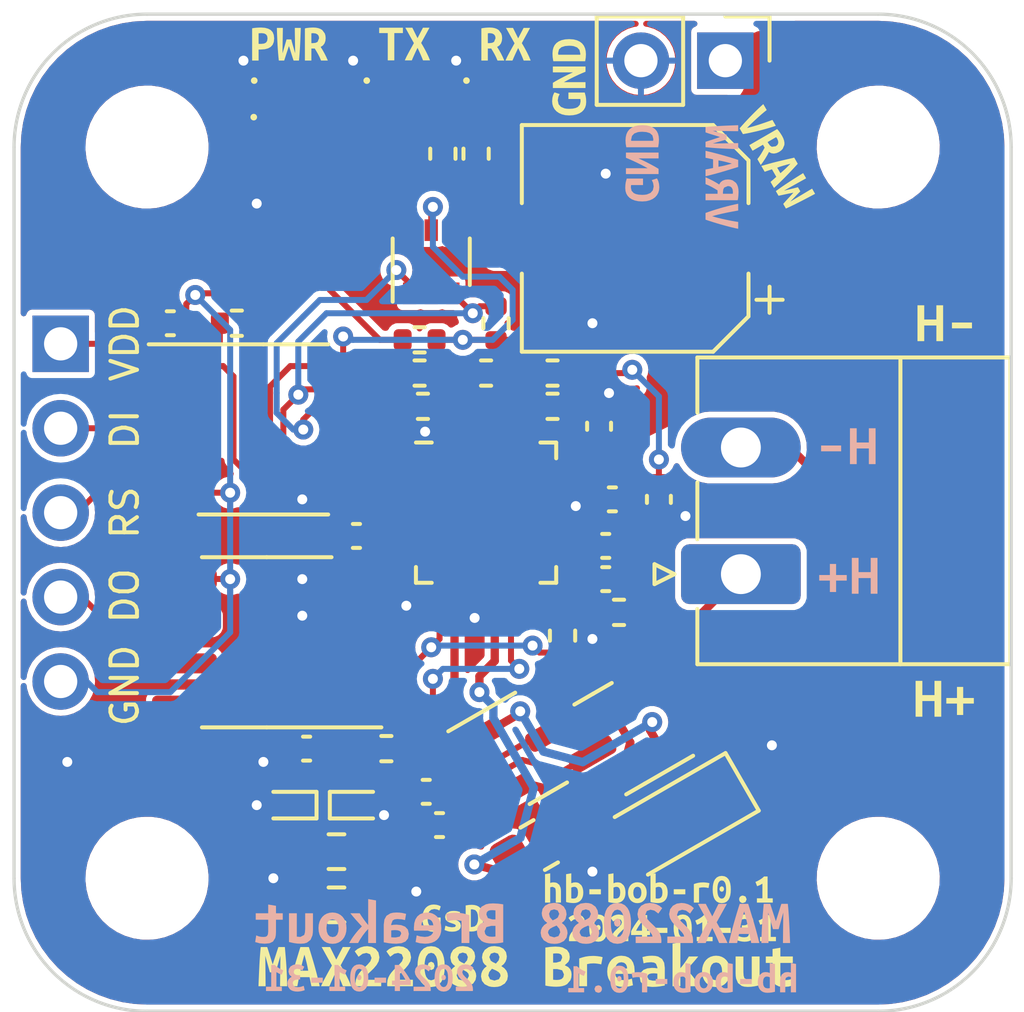
<source format=kicad_pcb>
(kicad_pcb (version 20221018) (generator pcbnew)
  (title_block (title "HomeBus Breakout Board") (date "2024-01-31") (rev "r0.1") (company "Greg Davill <greg.davill@gmail.com>") (comment 1 "Based on MAX22088"))
  (layers (0 "F.Cu" signal) (31 "B.Cu" signal) (34 "B.Paste" user) (35 "F.Paste" user) (36 "B.SilkS" user "B.Silkscreen") (37 "F.SilkS" user "F.Silkscreen") (38 "B.Mask" user) (39 "F.Mask" user) (44 "Edge.Cuts" user))
  (net 0 "")
  (net 1 "VCC")
  (net 2 "GND")
  (net 3 "/VRAW")
  (net 4 "/H+")
  (net 5 "/H-")
  (net 6 "/DIN")
  (net 7 "/RST")
  (net 8 "/DOUT")
  (net 9 "Net-(C9-Pad1)")
  (net 10 "Net-(D1-A)")
  (net 11 "Net-(D2-A)")
  (net 12 "Net-(D3-A)")
  (net 13 "Net-(D6-A1)")
  (net 14 "Net-(D7-A1)")
  (net 15 "Net-(R5-Pad2)")
  (net 16 "/IOVDD")
  (net 17 "/IOGND")
  (net 18 "/_DOUT")
  (net 19 "/_DIN")
  (net 20 "/_RST")
  (net 21 "Net-(U4-CAPN)")
  (net 22 "Net-(U4-HNA)")
  (net 23 "Net-(U4-HPA)")
  (net 24 "Net-(U4-CAPP)")
  (net 25 "Net-(C10-Pad1)")
  (net 26 "Net-(C11-Pad1)")
  (net 27 "Net-(D6-A2)")
  (net 28 "Net-(D5-A)")
  (net 29 "Net-(D8-A1)")
  (net 30 "Net-(U4-SRA)")
  (net 31 "Net-(U4-~{HPEN})")
  (net 32 "Net-(R6-Pad2)")
  (net 33 "Net-(U4-TVL)")
  (net 34 "Net-(U4-TVT)")
  (net 35 "Net-(U4-TERM)")
  (net 36 "Net-(U4-HP)")
  (footprint "Resistor_SMD:R_0402_1005Metric" (layer "F.Cu") (at 178.2 83.3)
    (fp_text reference "R8" hide)
    (fp_text value "27K" hide)
  )
  (footprint "kibuzzard-65B9E354" (layer "F.Cu") (at 175.2 99.7)
    (fp_text reference "kibuzzard-65B9E354" hide)
    (fp_text value "G***" hide)
  )
  (footprint "kibuzzard-65B629EE" (layer "F.Cu") (at 176.8 73.4)
    (fp_text reference "kibuzzard-65B629EE" hide)
    (fp_text value "G***" hide)
  )
  (footprint "Diode_SMD:D_SOD-923" (layer "F.Cu") (at 172.29926 96.3)
    (fp_text reference "D7" hide)
    (fp_text value "5.6V" hide)
  )
  (footprint "kibuzzard-65B62B21" (layer "F.Cu") (at 178.7 74.4 90)
    (fp_text reference "kibuzzard-65B62B21" hide)
    (fp_text value "G***" hide)
  )
  (footprint "kibuzzard-65B9E10F" (layer "F.Cu") (at 181.4 98.8)
    (fp_text reference "kibuzzard-65B9E10F" hide)
    (fp_text value "G***" hide)
  )
  (footprint "Resistor_SMD:R_0402_1005Metric" (layer "F.Cu") (at 178.50074 91.2 -90)
    (fp_text reference "R11" hide)
    (fp_text value "82R" hide)
  )
  (footprint "kibuzzard-65B629C5" (layer "F.Cu") (at 170.3 73.4)
    (fp_text reference "kibuzzard-65B629C5" hide)
    (fp_text value "G***" hide)
  )
  (footprint "LED_SMD:LED_0402_1005Metric" (layer "F.Cu") (at 170.31426 74.5)
    (fp_text reference "D5" hide)
    (fp_text value "GREEN" hide)
  )
  (footprint "kibuzzard-65B6C60D" (layer "F.Cu") (at 190 93.1)
    (fp_text reference "kibuzzard-65B6C60D" hide)
    (fp_text value "G***" hide)
  )
  (footprint "MountingHole:MountingHole_3.2mm_M3_DIN965" (layer "F.Cu") (at 165.99926 98.500001)
    (fp_text reference "H3" hide)
    (fp_text value "MountingHole" hide)
  )
  (footprint "kibuzzard-65B629E6" (layer "F.Cu") (at 173.748437 73.4)
    (fp_text reference "kibuzzard-65B629E6" hide)
    (fp_text value "G***" hide)
  )
  (footprint "Resistor_SMD:R_0402_1005Metric" (layer "F.Cu") (at 180.2 90.5 180)
    (fp_text reference "R7" hide)
    (fp_text value "180k" hide)
  )
  (footprint "kibuzzard-65B9E12D" (layer "F.Cu") (at 181.8 100)
    (fp_text reference "kibuzzard-65B9E12D" hide)
    (fp_text value "G***" hide)
  )
  (footprint "LED_SMD:LED_0402_1005Metric" (layer "F.Cu") (at 170.3 75.6)
    (fp_text reference "D1" hide)
    (fp_text value "GREEN" hide)
  )
  (footprint "Diode_SMD:D_SOD-123F" (layer "F.Cu") (at 181.99926 96.7 -150)
    (fp_text reference "D6" hide)
    (fp_text value "24V" hide)
  )
  (footprint "Capacitor_SMD:C_0402_1005Metric" (layer "F.Cu") (at 179.799999 88.5)
    (fp_text reference "C8" hide)
    (fp_text value "0.1uF" hide)
  )
  (footprint "Capacitor_SMD:C_0402_1005Metric" (layer "F.Cu") (at 179.8 89.5 180)
    (fp_text reference "C9" hide)
    (fp_text value "1uF" hide)
  )
  (footprint "MountingHole:MountingHole_3.2mm_M3_DIN965" (layer "F.Cu") (at 187.99926 76.5)
    (fp_text reference "H1" hide)
    (fp_text value "MountingHole" hide)
  )
  (footprint "Capacitor_SMD:C_0402_1005Metric" (layer "F.Cu") (at 180 87.1 180)
    (fp_text reference "C7" hide)
    (fp_text value "1uF" hide)
  )
  (footprint "LED_SMD:LED_0402_1005Metric" (layer "F.Cu") (at 176.7 74.5)
    (fp_text reference "D3" hide)
    (fp_text value "RED" hide)
  )
  (footprint "Package_DFN_QFN:QFN-24-1EP_4x4mm_P0.5mm_EP2.6x2.6mm" (layer "F.Cu") (at 176.2 87.5)
    (fp_text reference "U4" hide)
    (fp_text value "MAX22088" hide)
  )
  (footprint "Capacitor_SMD:C_0402_1005Metric" (layer "F.Cu") (at 174.79926 96.9)
    (fp_text reference "C10" hide)
    (fp_text value "2.2uF" hide)
  )
  (footprint "Resistor_SMD:R_0402_1005Metric" (layer "F.Cu") (at 173.2 94.6)
    (fp_text reference "R13" hide)
    (fp_text value "1K" hide)
  )
  (footprint "Resistor_SMD:R_0805_2012Metric" (layer "F.Cu") (at 177.79926 97.5 30)
    (fp_text reference "R14" hide)
    (fp_text value "1R" hide)
  )
  (footprint "Connector_PinHeader_2.54mm:PinHeader_1x05_P2.54mm_Vertical" (layer "F.Cu") (at 163.4 82.42)
    (fp_text reference "J1" hide)
    (fp_text value "PH_01x05" hide)
  )
  (footprint "Connector_PinHeader_2.54mm:PinHeader_1x02_P2.54mm_Vertical" (layer "F.Cu") (at 183.39926 73.900001 -90)
    (fp_text reference "J2" hide)
    (fp_text value "PinHeader 1x02" hide)
  )
  (footprint "Package_TO_SOT_SMD:SOT-363_SC-70-6" (layer "F.Cu") (at 174.55 79.95 90)
    (fp_text reference "U3" hide)
    (fp_text value "74LVC2G14DW-7" hide)
  )
  (footprint "Diode_SMD:D_SOD-923" (layer "F.Cu") (at 170.29926 96.3 180)
    (fp_text reference "D8" hide)
    (fp_text value "5.6V" hide)
  )
  (footprint "kibuzzard-65B62A1A" (layer "F.Cu") (at 177.39926 101.1)
    (fp_text reference "kibuzzard-65B62A1A" hide)
    (fp_text value "G***" hide)
  )
  (footprint "Resistor_SMD:R_0402_1005Metric" (layer "F.Cu") (at 178.2 84.3)
    (fp_text reference "R4" hide)
    (fp_text value "0R" hide)
  )
  (footprint "Connector_Phoenix_MC:PhoenixContact_MC_1,5_2-G-3.81_1x02_P3.81mm_Horizontal" (layer "F.Cu") (at 183.86676 89.35 90)
    (fp_text reference "J3" hide)
    (fp_text value "Terminal Block 2P" hide)
  )
  (footprint "Resistor_SMD:R_0402_1005Metric" (layer "F.Cu") (at 174.3 84.3 180)
    (fp_text reference "R3" hide)
    (fp_text value "62k" hide)
  )
  (footprint "kibuzzard-65B62B19" (layer "F.Cu") (at 184.9 76.8 -60)
    (fp_text reference "kibuzzard-65B62B19" hide)
    (fp_text value "G***" hide)
  )
  (footprint "Resistor_SMD:R_0402_1005Metric" (layer "F.Cu") (at 176.2 83.3)
    (fp_text reference "R9" hide)
    (fp_text value "4.3K" hide)
  )
  (footprint "Resistor_SMD:R_0402_1005Metric" (layer "F.Cu") (at 168.7 81.8 180)
    (fp_text reference "R1" hide)
    (fp_text value "20K" hide)
  )
  (footprint "MountingHole:MountingHole_3.2mm_M3_DIN965" (layer "F.Cu") (at 187.99926 98.500001)
    (fp_text reference "H4" hide)
    (fp_text value "MountingHole" hide)
  )
  (footprint "MountingHole:MountingHole_3.2mm_M3_DIN965" (layer "F.Cu") (at 165.99926 76.500001)
    (fp_text reference "H2" hide)
    (fp_text value "MountingHole" hide)
  )
  (footprint "Resistor_SMD:R_0402_1005Metric" (layer "F.Cu") (at 176.5 81.8 90)
    (fp_text reference "R2" hide)
    (fp_text value "20K" hide)
  )
  (footprint "Capacitor_SMD:C_0402_1005Metric" (layer "F.Cu") (at 179.6 84.9 90)
    (fp_text reference "C3" hide)
    (fp_text value "0.1uF" hide)
  )
  (footprint "Resistor_SMD:R_0603_1608Metric" (layer "F.Cu") (at 171.69926 97.7)
    (fp_text reference "R16" hide)
    (fp_text value "4.7R" hide)
  )
  (footprint "Capacitor_SMD:C_0402_1005Metric" (layer "F.Cu") (at 166.7 81.8)
    (fp_text reference "C1" hide)
    (fp_text value "0.1uF" hide)
  )
  (footprint "Package_TO_SOT_SMD:SOT-23" (layer "F.Cu") (at 180.19926 94.3 -150)
    (fp_text reference "D9" hide)
    (fp_text value "BAT54S" hide)
  )
  (footprint "Capacitor_SMD:CP_Elec_6.3x7.7" (layer "F.Cu") (at 180.685998 79.247451 180)
    (fp_text reference "C4" hide)
    (fp_text value "220uF" hide)
  )
  (footprint "Resistor_SMD:R_0402_1005Metric" (layer "F.Cu") (at 174.9 76.7 -90)
    (fp_text reference "R5" hide)
    (fp_text value "20K" hide)
  )
  (footprint "Package_SO:SOIC-8_3.9x4.9mm_P1.27mm" (layer "F.Cu") (at 169.6 91.4 180)
    (fp_text reference "U2" hide)
    (fp_text value "CA-IS3720" hide)
  )
  (footprint "Capacitor_SMD:C_0402_1005Metric" (layer "F.Cu") (at 181.4 87.1 -90)
    (fp_text reference "C6" hide)
    (fp_text value "10uF" hide)
  )
  (footprint "Capacitor_SMD:C_0402_1005Metric" (layer "F.Cu") (at 172.3 88.2)
    (fp_text reference "C5" hide)
    (fp_text value "0.1uF" hide)
  )
  (footprint "LED_SMD:LED_0402_1005Metric" (layer "F.Cu") (at 173.7 74.5)
    (fp_text reference "D2" hide)
    (fp_text value "ORANGE" hide)
  )
  (footprint "Resistor_SMD:R_0402_1005Metric" (layer "F.Cu") (at 174.2 82.3)
    (fp_text reference "R12" hide)
    (fp_text value "20K" hide)
  )
  (footprint "Capacitor_SMD:C_0402_1005Metric" (layer "F.Cu") (at 170.8 94.6 180)
    (fp_text reference "C2" hide)
    (fp_text value "0.1uF" hide)
  )
  (footprint "Resistor_SMD:R_0603_1608Metric" (layer "F.Cu") (at 171.69926 99.3)
    (fp_text reference "R15" hide)
    (fp_text value "4.7R" hide)
  )
  (footprint "Capacitor_SMD:C_0402_1005Metric" (layer "F.Cu") (at 174.39926 95.9)
    (fp_text reference "C11" hide)
    (fp_text value "2.2uF" hide)
  )
  (footprint "Package_SO:SOIC-8_3.9x4.9mm_P1.27mm" (layer "F.Cu") (at 169.5 84.995)
    (fp_text reference "U1" hide)
    (fp_text value "CA-IS3720" hide)
  )
  (footprint "kibuzzard-65B6C61A" (layer "F.Cu") (at 190 81.8)
    (fp_text reference "kibuzzard-65B6C61A" hide)
    (fp_text value "G***" hide)
  )
  (footprint "Resistor_SMD:R_0402_1005Metric" (layer "F.Cu") (at 174.2 83.3)
    (fp_text reference "R10" hide)
    (fp_text value "20K" hide)
  )
  (footprint "Package_TO_SOT_SMD:SOT-23" (layer "F.Cu") (at 177.293467 94.59202 30)
    (fp_text reference "D4" hide)
    (fp_text value "BAT54S" hide)
  )
  (footprint "Resistor_SMD:R_0402_1005Metric" (layer "F.Cu") (at 175.9 76.7 -90)
    (fp_text reference "R6" hide)
    (fp_text value "20K" hide)
  )
  (footprint "kibuzzard-65B6C60D" (layer "B.Cu") (at 187.1 89.4 180)
    (fp_text reference "kibuzzard-65B6C60D" hide)
    (fp_text value "G***" hide)
  )
  (footprint "kibuzzard-65B62B21" (layer "B.Cu") (at 180.9 76.988838 90)
    (fp_text reference "kibuzzard-65B62B21" hide)
    (fp_text value "G***" hide)
  )
  (footprint "kibuzzard-65B9E12D" (layer "B.Cu") (at 172.7 101.5 180)
    (fp_text reference "kibuzzard-65B9E12D" hide)
    (fp_text value "G***" hide)
  )
  (footprint "kibuzzard-65B6C61A" (layer "B.Cu") (at 187.1 85.5 180)
    (fp_text reference "kibuzzard-65B6C61A" hide)
    (fp_text value "G***" hide)
  )
  (footprint "kibuzzard-65B62B19" (layer "B.Cu") (at 183.3 77.4 90)
    (fp_text reference "kibuzzard-65B62B19" hide)
    (fp_text value "G***" hide)
  )
  (footprint "kibuzzard-65B62A1A" (layer "B.Cu") (at 177.3 99.8 180)
    (fp_text reference "kibuzzard-65B62A1A" hide)
    (fp_text value "G***" hide)
  )
  (footprint "kibuzzard-65B9E10F" (layer "B.Cu") (at 182.1 101.5 180)
    (fp_text reference "kibuzzard-65B9E10F" hide)
    (fp_text value "G***" hide)
  )
  (gr_arc (start 165.99852 102.50124) (mid 163.170092 101.329667) (end 161.998521 98.501239) (stroke (width 0.1)) (layer "Edge.Cuts"))
  (gr_arc (start 187.99852 72.50124) (mid 190.826947 73.672813) (end 191.99852 76.50124) (stroke (width 0.1)) (layer "Edge.Cuts"))
  (gr_arc (start 161.99852 76.50124) (mid 163.170093 73.672813) (end 165.99852 72.50124) (stroke (width 0.1)) (layer "Edge.Cuts"))
  (gr_line (start 161.99852 76.50124) (end 161.998521 98.501239) (stroke (width 0.1)) (layer "Edge.Cuts"))
  (gr_line (start 165.99852 102.50124) (end 187.99852 102.50124) (stroke (width 0.1)) (layer "Edge.Cuts"))
  (gr_line (start 187.99852 72.50124) (end 165.99852 72.50124) (stroke (width 0.1)) (layer "Edge.Cuts"))
  (gr_line (start 191.99852 98.50124) (end 191.99852 76.50124) (stroke (width 0.1)) (layer "Edge.Cuts"))
  (gr_arc (start 191.99852 98.50124) (mid 190.826947 101.329667) (end 187.99852 102.50124) (stroke (width 0.1)) (layer "Edge.Cuts"))
  (gr_text "RS" (at 165.8 87.5 90) (layer "F.SilkS") (effects (font (size 0.8 0.8) (thickness 0.12)) (justify bottom)))
  (gr_text "DI" (at 165.8 85 90) (layer "F.SilkS") (effects (font (size 0.8 0.8) (thickness 0.12)) (justify bottom)))
  (gr_text "DO" (at 165.8 90 90) (layer "F.SilkS") (effects (font (size 0.8 0.8) (thickness 0.12)) (justify bottom)))
  (gr_text "GND" (at 165.8 92.7 90) (layer "F.SilkS") (effects (font (size 0.8 0.8) (thickness 0.12)) (justify bottom)))
  (gr_text "VDD" (at 165.8 82.4 90) (layer "F.SilkS") (effects (font (size 0.8 0.8) (thickness 0.12)) (justify bottom)))
  (segment (start 179.9 86.52) (end 180.48 87.1) (width 0.18) (layer "F.Cu") (net 1))
  (segment (start 171.9 82.2) (end 171.9 83.015) (width 0.18) (layer "F.Cu") (net 1))
  (segment (start 169.7 83.7) (end 170.31 83.09) (width 0.18) (layer "F.Cu") (net 1))
  (segment (start 172.075 93.305) (end 170.6 93.305) (width 0.18) (layer "F.Cu") (net 1))
  (segment (start 175.5 82.3) (end 174.71 82.3) (width 0.18) (layer "F.Cu") (net 1))
  (segment (start 170.31 83.09) (end 171.975 83.09) (width 0.18) (layer "F.Cu") (net 1))
  (segment (start 178.71 83.3) (end 178.71 82.909999) (width 0.18) (layer "F.Cu") (net 1))
  (segment (start 178.71 82.909999) (end 178.1 82.3) (width 0.18) (layer "F.Cu") (net 1))
  (segment (start 180.48 87.1) (end 180.92 87.1) (width 0.18) (layer "F.Cu") (net 1))
  (segment (start 180.59926 83.20124) (end 180.49926 83.30124) (width 0.18) (layer "F.Cu") (net 1))
  (segment (start 178.1375 86.75) (end 178.670642 86.75) (width 0.18) (layer "F.Cu") (net 1))
  (segment (start 181.4 86.62) (end 181.4 85.9) (width 0.18) (layer "F.Cu") (net 1))
  (segment (start 170.6 93.6) (end 170.6 93.305) (width 0.18) (layer "F.Cu") (net 1))
  (segment (start 178.900642 86.52) (end 179.9 86.52) (width 0.18) (layer "F.Cu") (net 1))
  (segment (start 178.71124 83.30124) (end 178.71 83.3) (width 0.18) (layer "F.Cu") (net 1))
  (segment (start 171.28 94.6) (end 171.28 94.28) (width 0.18) (layer "F.Cu") (net 1))
  (segment (start 174.55 78.35) (end 174.6 78.3) (width 0.18) (layer "F.Cu") (net 1))
  (segment (start 170.6 93.305) (end 170.505 93.305) (width 0.18) (layer "F.Cu") (net 1))
  (segment (start 171.9 83.015) (end 171.975 83.09) (width 0.18) (layer "F.Cu") (net 1))
  (segment (start 171.28 94.28) (end 170.6 93.6) (width 0.18) (layer "F.Cu") (net 1))
  (segment (start 178.670642 86.75) (end 178.900642 86.52) (width 0.18) (layer "F.Cu") (net 1))
  (segment (start 178.1 82.3) (end 175.5 82.3) (width 0.18) (layer "F.Cu") (net 1))
  (segment (start 169.7 92.5) (end 169.7 83.7) (width 0.18) (layer "F.Cu") (net 1))
  (segment (start 180.92 87.1) (end 181.4 86.62) (width 0.18) (layer "F.Cu") (net 1))
  (segment (start 170.505 93.305) (end 169.7 92.5) (width 0.18) (layer "F.Cu") (net 1))
  (segment (start 180.49926 83.30124) (end 178.71124 83.30124) (width 0.18) (layer "F.Cu") (net 1))
  (segment (start 174.55 79) (end 174.55 78.35) (width 0.18) (layer "F.Cu") (net 1))
  (via (at 180.59926 83.20124) (size 0.6) (drill 0.3) (layers "F.Cu" "B.Cu") (net 1))
  (via (at 171.9 82.2) (size 0.6) (drill 0.3) (layers "F.Cu" "B.Cu") (net 1))
  (via (at 175.5 82.3) (size 0.6) (drill 0.3) (layers "F.Cu" "B.Cu") (net 1))
  (via (at 181.4 85.9) (size 0.6) (drill 0.3) (layers "F.Cu" "B.Cu") (net 1))
  (via (at 174.6 78.3) (size 0.6) (drill 0.3) (layers "F.Cu" "B.Cu") (net 1))
  (segment (start 172.2 82.3) (end 175.5 82.3) (width 0.18) (layer "B.Cu") (net 1))
  (segment (start 181.4 84.00198) (end 181.4 85.9) (width 0.18) (layer "B.Cu") (net 1))
  (segment (start 172 82.3) (end 171.9 82.2) (width 0.18) (layer "B.Cu") (net 1))
  (segment (start 176.4 82.3) (end 175.5 82.3) (width 0.18) (layer "B.Cu") (net 1))
  (segment (start 172.2 82.3) (end 172 82.3) (width 0.18) (layer "B.Cu") (net 1))
  (segment (start 180.59926 83.20124) (end 181.4 84.00198) (width 0.18) (layer "B.Cu") (net 1))
  (segment (start 176.6 80.4) (end 177 80.8) (width 0.18) (layer "B.Cu") (net 1))
  (segment (start 174.6 78.3) (end 174.6 79.5) (width 0.18) (layer "B.Cu") (net 1))
  (segment (start 175.5 80.4) (end 176.6 80.4) (width 0.18) (layer "B.Cu") (net 1))
  (segment (start 177 81.7) (end 176.4 82.3) (width 0.18) (layer "B.Cu") (net 1))
  (segment (start 174.6 79.5) (end 175.5 80.4) (width 0.18) (layer "B.Cu") (net 1))
  (segment (start 177 80.8) (end 177 81.7) (width 0.18) (layer "B.Cu") (net 1))
  (segment (start 176.45 87.25) (end 176.2 87.5) (width 0.18) (layer "F.Cu") (net 2))
  (segment (start 172.83 96.3) (end 173.13 96.6) (width 0.18) (layer "F.Cu") (net 2))
  (segment (start 173.79 84.3) (end 173.69 84.2) (width 0.18) (layer "F.Cu") (net 2))
  (segment (start 174.55 80.15) (end 174.9 79.8) (width 0.18) (layer "F.Cu") (net 2))
  (segment (start 175.997574 89.519897) (end 175.997574 90.525612) (width 0.18) (layer "F.Cu") (net 2))
  (segment (start 178.89926 87.30174) (end 178.84752 87.25) (width 0.18) (layer "F.Cu") (net 2))
  (segment (start 182.17802 87.58) (end 182.19926 87.601239) (width 0.2) (layer "F.Cu") (net 2))
  (segment (start 172.075 89.495) (end 170.675 89.495) (width 0.18) (layer "F.Cu") (net 2))
  (segment (start 169.82926 74.5) (end 169.82926 74.12926) (width 0.18) (layer "F.Cu") (net 2))
  (segment (start 173.79 84.486609) (end 173.79 84.3) (width 0.18) (layer "F.Cu") (net 2))
  (segment (start 170.835 90.765) (end 170.67 90.6) (width 0.18) (layer "F.Cu") (net 2))
  (segment (start 177.985998 79.247451) (end 177.985998 80.285998) (width 0.18) (layer "F.Cu") (net 2))
  (segment (start 169.87926 96.3) (end 169.29926 96.3) (width 0.18) (layer "F.Cu") (net 2))
  (segment (start 170.32 94.6) (end 169.9 94.6) (width 0.18) (layer "F.Cu") (net 2))
  (segment (start 169.82926 74.12926) (end 169.7 74) (width 0.18) (layer "F.Cu") (net 2))
  (segment (start 173.215 74.5) (end 173.215 74.315) (width 0.18) (layer "F.Cu") (net 2))
  (segment (start 174.9 79.8) (end 177.433449 79.8) (width 0.18) (layer "F.Cu") (net 2))
  (segment (start 172.075 90.765) (end 170.835 90.765) (width 0.18) (layer "F.Cu") (net 2))
  (segment (start 171.975 86.9) (end 170.87 86.9) (width 0.18) (layer "F.Cu") (net 2))
  (segment (start 170.675 89.495) (end 170.67 89.5) (width 0.18) (layer "F.Cu") (net 2))
  (segment (start 179.6 84.2005) (end 179.89926 83.901239) (width 0.2) (layer "F.Cu") (net 2))
  (segment (start 175.95 87.749999) (end 176.2 87.5) (width 0.18) (layer "F.Cu") (net 2))
  (segment (start 177.985998 80.285998) (end 179.40074 81.70074) (width 0.18) (layer "F.Cu") (net 2))
  (segment (start 179.8 78) (end 179.8 77.3) (width 0.18) (layer "F.Cu") (net 2))
  (segment (start 175.95 89.4375) (end 175.997574 89.519897) (width 0.18) (layer "F.Cu") (net 2))
  (segment (start 176.215 74.115) (end 176 73.9) (width 0.18) (layer "F.Cu") (net 2))
  (segment (start 170.87 86.9) (end 170.67 87.1) (width 0.18) (layer "F.Cu") (net 2))
  (segment (start 169.9 94.6) (end 169.5 95) (width 0.18) (layer "F.Cu") (net 2))
  (segment (start 178.84752 87.25) (end 178.1375 87.25) (width 0.18) (layer "F.Cu") (net 2))
  (segment (start 174.55 80.9) (end 174.55 80.15) (width 0.18) (layer "F.Cu") (net 2))
  (segment (start 169 74) (end 168.9 73.9) (width 0.18) (layer "F.Cu") (net 2))
  (segment (start 175.95 89.4375) (end 175.95 87.749999) (width 0.18) (layer "F.Cu") (net 2))
  (segment (start 177.985998 79.247451) (end 178.552549 79.247451) (width 0.18) (layer "F.Cu") (net 2))
  (segment (start 172.8 73.9) (end 172.2 73.9) (width 0.18) (layer "F.Cu") (net 2))
  (segment (start 179.6 84.42) (end 179.6 84.2005) (width 0.2) (layer "F.Cu") (net 2))
  (segment (start 178.89926 87.30174) (end 179.101 87.1) (width 0.18) (layer "F.Cu") (net 2))
  (segment (start 178.71 84.3) (end 179.48 84.3) (width 0.2) (layer "F.Cu") (net 2))
  (segment (start 179.101 87.1) (end 179.52 87.1) (width 0.18) (layer "F.Cu") (net 2))
  (segment (start 178.1375 87.25) (end 176.45 87.25) (width 0.18) (layer "F.Cu") (net 2))
  (segment (start 178.552549 79.247451) (end 179.8 78) (width 0.18) (layer "F.Cu") (net 2))
  (segment (start 173.215 74.315) (end 172.8 73.9) (width 0.18) (layer "F.Cu") (net 2))
  (segment (start 176.215 74.5) (end 176.215 74.115) (width 0.18) (layer "F.Cu") (net 2))
  (segment (start 179.40074 81.70074) (end 179.40074 81.8) (width 0.18) (layer "F.Cu") (net 2))
  (segment (start 177.433449 79.8) (end 177.985998 79.247451) (width 0.18) (layer "F.Cu") (net 2))
  (segment (start 181.4 87.58) (end 182.17802 87.58) (width 0.2) (layer "F.Cu") (net 2))
  (segment (start 174.366404 85.063013) (end 173.79 84.486609) (width 0.18) (layer "F.Cu") (net 2))
  (segment (start 176 73.9) (end 175.3 73.9) (width 0.18) (layer "F.Cu") (net 2))
  (segment (start 169.7 74) (end 169 74) (width 0.18) (layer "F.Cu") (net 2))
  (segment (start 172.71926 96.3) (end 172.83 96.3) (width 0.18) (layer "F.Cu") (net 2))
  (segment (start 175.997574 90.525612) (end 175.855858 90.667328) (width 0.18) (layer "F.Cu") (net 2))
  (segment (start 173.69 84.2) (end 173.69 83.3) (width 0.18) (layer "F.Cu") (net 2))
  (segment (start 179.48 84.3) (end 179.6 84.42) (width 0.2) (layer "F.Cu") (net 2))
  (via (at 173.8 90.3) (size 0.6) (drill 0.3) (layers "F.Cu" "B.Cu") (net 2))
  (via (at 169.5 95) (size 0.6) (drill 0.3) (layers "F.Cu" "B.Cu") (net 2))
  (via (at 179.8 77.3) (size 0.6) (drill 0.3) (layers "F.Cu" "B.Cu") (net 2))
  (via (at 173.13 96.6) (size 0.6) (drill 0.3) (layers "F.Cu" "B.Cu") (net 2))
  (via (at 169.29926 96.3) (size 0.6) (drill 0.3) (layers "F.Cu" "B.Cu") (net 2))
  (via (at 163.6 95) (size 0.6) (drill 0.3) (layers "F.Cu" "B.Cu") (net 2))
  (via (at 182.19926 87.601239) (size 0.6) (drill 0.3) (layers "F.Cu" "B.Cu") (net 2))
  (via (at 175.3 73.9) (size 0.6) (drill 0.3) (layers "F.Cu" "B.Cu") (net 2))
  (via (at 184.8 94.5) (size 0.6) (drill 0.3) (layers "F.Cu" "B.Cu") (net 2))
  (via (at 169.29926 78.2) (size 0.6) (drill 0.3) (layers "F.Cu" "B.Cu") (net 2))
  (via (at 178.89926 87.30174) (size 0.6) (drill 0.3) (layers "F.Cu" "B.Cu") (net 2))
  (via (at 172.2 73.9) (size 0.6) (drill 0.3) (layers "F.Cu" "B.Cu") (net 2))
  (via (at 179.89926 83.901239) (size 0.6) (drill 0.3) (layers "F.Cu" "B.Cu") (net 2))
  (via (at 174.366404 85.063013) (size 0.6) (drill 0.3) (layers "F.Cu" "B.Cu") (net 2))
  (via (at 179.4 98.3) (size 0.6) (drill 0.3) (layers "F.Cu" "B.Cu") (net 2))
  (via (at 175.855858 90.667328) (size 0.6) (drill 0.3) (layers "F.Cu" "B.Cu") (net 2))
  (via (at 179.4 91.3) (size 0.6) (drill 0.3) (layers "F.Cu" "B.Cu") (net 2))
  (via (at 170.67 87.1) (size 0.6) (drill 0.3) (layers "F.Cu" "B.Cu") (net 2))
  (via (at 170.67 89.5) (size 0.6) (drill 0.3) (layers "F.Cu" "B.Cu") (net 2))
  (via (at 170.67 90.6) (size 0.6) (drill 0.3) (layers "F.Cu" "B.Cu") (net 2))
  (via (at 179.40074 81.8) (size 0.6) (drill 0.3) (layers "F.Cu" "B.Cu") (net 2))
  (via (at 169.8 98.5) (size 0.6) (drill 0.3) (layers "F.Cu" "B.Cu") (net 2))
  (via (at 174.1 98.9) (size 0.6) (drill 0.3) (layers "F.Cu" "B.Cu") (net 2))
  (via (at 168.9 73.9) (size 0.6) (drill 0.3) (layers "F.Cu" "B.Cu") (net 2))
  (segment (start 177.45 85.5625) (end 177.45 85.1505) (width 0.2) (layer "F.Cu") (net 3))
  (segment (start 178.5505 86.25) (end 179.4205 85.38) (width 0.2) (layer "F.Cu") (net 3))
  (segment (start 179.078019 85.38) (end 179.6 85.38) (width 0.2) (layer "F.Cu") (net 3))
  (segment (start 177.59926 85.001239) (end 178.69926 85.001239) (width 0.2) (layer "F.Cu") (net 3))
  (segment (start 178.69926 85.001239) (end 179.078019 85.38) (width 0.2) (layer "F.Cu") (net 3))
  (segment (start 179.4205 85.38) (end 179.6 85.38) (width 0.2) (layer "F.Cu") (net 3))
  (segment (start 178.1375 86.25) (end 178.5505 86.25) (width 0.2) (layer "F.Cu") (net 3))
  (segment (start 177.45 85.1505) (end 177.59926 85.001239) (width 0.2) (layer "F.Cu") (net 3))
  (segment (start 181.723918 90.90124) (end 179.125842 92.40124) (width 0.25) (layer "F.Cu") (net 4))
  (segment (start 174.888325 95.866166) (end 174.87926 95.9) (width 0.18) (layer "F.Cu") (net 4))
  (segment (start 182.31552 90.90124) (end 181.723918 90.90124) (width 0.25) (layer "F.Cu") (net 4))
  (segment (start 177.969955 94.086986) (end 174.888325 95.866166) (width 0.18) (layer "F.Cu") (net 4))
  (segment (start 179.125842 92.40124) (end 178.76674 93.741425) (width 0.25) (layer "F.Cu") (net 4))
  (segment (start 178.105366 94.12327) (end 177.969955 94.086986) (width 0.18) (layer "F.Cu") (net 4))
  (segment (start 178.76674 93.741425) (end 178.105366 94.12327) (width 0.25) (layer "F.Cu") (net 4))
  (segment (start 183.86676 89.35) (end 182.31552 90.90124) (width 0.25) (layer "F.Cu") (net 4))
  (segment (start 179.387361 94.76875) (end 179.159378 94.373871) (width 0.25) (layer "F.Cu") (net 5))
  (segment (start 179.387361 94.76875) (end 178.518485 95.270396) (width 0.18) (layer "F.Cu") (net 5))
  (segment (start 185.59926 91.4) (end 186.19926 90.8) (width 0.25) (layer "F.Cu") (net 5))
  (segment (start 186.19926 86.39926) (end 185.34 85.54) (width 0.25) (layer "F.Cu") (net 5))
  (segment (start 186.19926 90.8) (end 186.19926 86.39926) (width 0.25) (layer "F.Cu") (net 5))
  (segment (start 179.61698 92.666077) (end 181.809891 91.399999) (width 0.25) (layer "F.Cu") (net 5))
  (segment (start 178.518485 95.270396) (end 177.290253 94.941293) (width 0.18) (layer "F.Cu") (net 5))
  (segment (start 185.34 85.54) (end 183.86676 85.54) (width 0.25) (layer "F.Cu") (net 5))
  (segment (start 175.739034 96.63455) (end 175.27926 96.9) (width 0.18) (layer "F.Cu") (net 5))
  (segment (start 177.290253 94.941293) (end 175.991882 95.690908) (width 0.18) (layer "F.Cu") (net 5))
  (segment (start 179.159378 94.373871) (end 179.61698 92.666077) (width 0.25) (layer "F.Cu") (net 5))
  (segment (start 175.991882 95.690908) (end 175.739034 96.63455) (width 0.18) (layer "F.Cu") (net 5))
  (segment (start 181.809891 91.399999) (end 185.59926 91.4) (width 0.25) (layer "F.Cu") (net 5))
  (segment (start 165.04 84.96) (end 163.4 84.96) (width 0.18) (layer "F.Cu") (net 6))
  (segment (start 165.64 84.36) (end 165.04 84.96) (width 0.18) (layer "F.Cu") (net 6))
  (segment (start 167.025 84.36) (end 165.64 84.36) (width 0.18) (layer "F.Cu") (net 6))
  (segment (start 163.9 87.5) (end 163.4 87.5) (width 0.18) (layer "F.Cu") (net 7))
  (segment (start 167.025 85.63) (end 165.77 85.63) (width 0.18) (layer "F.Cu") (net 7))
  (segment (start 165.77 85.63) (end 163.9 87.5) (width 0.18) (layer "F.Cu") (net 7))
  (segment (start 167.125 92.035) (end 166.035 92.035) (width 0.18) (layer "F.Cu") (net 8))
  (segment (start 166.035 92.035) (end 164.04 90.04) (width 0.18) (layer "F.Cu") (net 8))
  (segment (start 164.04 90.04) (end 163.4 90.04) (width 0.18) (layer "F.Cu") (net 8))
  (segment (start 179.69 90.5) (end 179.69 90.41) (width 0.18) (layer "F.Cu") (net 9))
  (segment (start 180.28 89.82) (end 180.28 89.5) (width 0.18) (layer "F.Cu") (net 9))
  (segment (start 179.69 90.41) (end 180.28 89.82) (width 0.18) (layer "F.Cu") (net 9))
  (segment (start 170.785 75.6) (end 170.785 79.924116) (width 0.18) (layer "F.Cu") (net 10))
  (segment (start 170.785 79.924116) (end 169.21 81.499116) (width 0.18) (layer "F.Cu") (net 10))
  (segment (start 169.21 81.499116) (end 169.21 81.8) (width 0.18) (layer "F.Cu") (net 10))
  (segment (start 174.9 75.215) (end 174.185 74.5) (width 0.18) (layer "F.Cu") (net 11))
  (segment (start 174.9 76.19) (end 174.9 75.215) (width 0.18) (layer "F.Cu") (net 11))
  (segment (start 177.185 75.515) (end 176.51 76.19) (width 0.18) (layer "F.Cu") (net 12))
  (segment (start 177.185 74.5) (end 177.185 75.515) (width 0.18) (layer "F.Cu") (net 12))
  (segment (start 176.51 76.19) (end 175.9 76.19) (width 0.18) (layer "F.Cu") (net 12))
  (segment (start 175.250858 93.482336) (end 176.006568 94.238046) (width 0.25) (layer "F.Cu") (net 13))
  (segment (start 175.250858 90.40587) (end 175.250858 93.482336) (width 0.25) (layer "F.Cu") (net 13))
  (segment (start 181.133915 94.043871) (end 181.19926 93.8) (width 0.25) (layer "F.Cu") (net 13))
  (segment (start 175.45 90.206728) (end 175.250858 90.40587) (width 0.25) (layer "F.Cu") (net 13))
  (segment (start 175.785023 94.178683) (end 176.006569 94.238047) (width 0.25) (layer "F.Cu") (net 13))
  (segment (start 183.211696 96) (end 183.033416 95.69121) (width 0.25) (layer "F.Cu") (net 13))
  (segment (start 176.006569 94.238047) (end 177.209208 93.543701) (width 0.25) (layer "F.Cu") (net 13))
  (segment (start 183.033416 95.69121) (end 181.911436 95.390577) (width 0.25) (layer "F.Cu") (net 13))
  (segment (start 177.209208 93.543701) (end 177.227191 93.476591) (width 0.25) (layer "F.Cu") (net 13))
  (segment (start 175.45 89.4375) (end 175.45 90.206728) (width 0.25) (layer "F.Cu") (net 13))
  (segment (start 181.911436 95.390577) (end 181.486159 94.653974) (width 0.25) (layer "F.Cu") (net 13))
  (segment (start 181.486159 94.653974) (end 181.133915 94.043871) (width 0.25) (layer "F.Cu") (net 13))
  (via (at 177.227191 93.476591) (size 0.6) (drill 0.3) (layers "F.Cu" "B.Cu") (net 13))
  (via (at 181.19926 93.8) (size 0.6) (drill 0.3) (layers "F.Cu" "B.Cu") (net 13))
  (segment (start 177.927191 94.689026) (end 179.110326 95.006047) (width 0.25) (layer "B.Cu") (net 13))
  (segment (start 177.227191 93.476591) (end 177.927191 94.689026) (width 0.25) (layer "B.Cu") (net 13))
  (segment (start 179.110326 95.006047) (end 181.19926 93.8) (width 0.25) (layer "B.Cu") (net 13))
  (segment (start 170.87426 99.225) (end 171.69926 98.4) (width 0.18) (layer "F.Cu") (net 14))
  (segment (start 172.91 95.4) (end 173.71 94.6) (width 0.18) (layer "F.Cu") (net 14))
  (segment (start 171.87 96.3) (end 171.87 95.929117) (width 0.18) (layer "F.Cu") (net 14))
  (segment (start 174.6 93.3) (end 174.6 92.5) (width 0.18) (layer "F.Cu") (net 14))
  (segment (start 172.399117 95.4) (end 172.91 95.4) (width 0.18) (layer "F.Cu") (net 14))
  (segment (start 171.69926 98.4) (end 171.69926 96.48) (width 0.18) (layer "F.Cu") (net 14))
  (segment (start 176.95 91.95) (end 177.2 92.2) (width 0.18) (layer "F.Cu") (net 14))
  (segment (start 170.87426 99.3) (end 170.87426 99.225) (width 0.18) (layer "F.Cu") (net 14))
  (segment (start 171.69926 96.48) (end 171.87926 96.3) (width 0.18) (layer "F.Cu") (net 14))
  (segment (start 173.71 94.6) (end 173.71 94.19) (width 0.18) (layer "F.Cu") (net 14))
  (segment (start 176.95 89.4375) (end 176.95 91.95) (width 0.18) (layer "F.Cu") (net 14))
  (segment (start 171.87 95.929117) (end 172.399117 95.4) (width 0.18) (layer "F.Cu") (net 14))
  (segment (start 173.71 94.19) (end 174.6 93.3) (width 0.18) (layer "F.Cu") (net 14))
  (via (at 177.2 92.2) (size 0.6) (drill 0.3) (layers "F.Cu" "B.Cu") (net 14))
  (via (at 174.6 92.5) (size 0.6) (drill 0.3) (layers "F.Cu" "B.Cu") (net 14))
  (segment (start 174.6 92.5) (end 174.9 92.2) (width 0.18) (layer "B.Cu") (net 14))
  (segment (start 174.9 92.2) (end 177.2 92.2) (width 0.18) (layer "B.Cu") (net 14))
  (segment (start 174.69 77.21) (end 174.9 77.21) (width 0.18) (layer "F.Cu") (net 15))
  (segment (start 173.9 79) (end 173.9 78) (width 0.18) (layer "F.Cu") (net 15))
  (segment (start 173.9 78) (end 174.69 77.21) (width 0.18) (layer "F.Cu") (net 15))
  (segment (start 169.1 86.4) (end 168.6 85.9) (width 0.18) (layer "F.Cu") (net 16))
  (segment (start 168.29 83.09) (end 167.025 83.09) (width 0.18) (layer "F.Cu") (net 16))
  (segment (start 165.4 81.8) (end 164.78 82.42) (width 0.18) (layer "F.Cu") (net 16))
  (segment (start 168.19 82.41) (end 167.51 83.09) (width 0.18) (layer "F.Cu") (net 16))
  (segment (start 167.51 83.09) (end 167.025 83.09) (width 0.18) (layer "F.Cu") (net 16))
  (segment (start 168.295 93.305) (end 169.1 92.5) (width 0.18) (layer "F.Cu") (net 16))
  (segment (start 169.1 92.5) (end 169.1 86.4) (width 0.18) (layer "F.Cu") (net 16))
  (segment (start 166.22 81.8) (end 166.22 82.42) (width 0.18) (layer "F.Cu") (net 16))
  (segment (start 168.19 81.8) (end 168.19 82.41) (width 0.18) (layer "F.Cu") (net 16))
  (segment (start 166.89 83.09) (end 167.025 83.09) (width 0.18) (layer "F.Cu") (net 16))
  (segment (start 167.125 93.305) (end 168.295 93.305) (width 0.18) (layer "F.Cu") (net 16))
  (segment (start 168.6 85.9) (end 168.6 83.4) (width 0.18) (layer "F.Cu") (net 16))
  (segment (start 168.6 83.4) (end 168.29 83.09) (width 0.18) (layer "F.Cu") (net 16))
  (segment (start 166.22 81.8) (end 165.4 81.8) (width 0.18) (layer "F.Cu") (net 16))
  (segment (start 166.22 82.42) (end 166.89 83.09) (width 0.18) (layer "F.Cu") (net 16))
  (segment (start 164.78 82.42) (end 163.4 82.42) (width 0.18) (layer "F.Cu") (net 16))
  (segment (start 168.495 89.495) (end 168.5 89.5) (width 0.18) (layer "F.Cu") (net 17))
  (segment (start 167.5 80.9) (end 167.45 80.95) (width 0.18) (layer "F.Cu") (net 17))
  (segment (start 167.025 86.9) (end 168.5 86.9) (width 0.18) (layer "F.Cu") (net 17))
  (segment (start 169.3 80.9) (end 167.5 80.9) (width 0.18) (layer "F.Cu") (net 17))
  (segment (start 170.2 75.985) (end 169.815 75.6) (width 0.18) (layer "F.Cu") (net 17))
  (segment (start 167.18 81.8) (end 167.18 81.22) (width 0.18) (layer "F.Cu") (net 17))
  (segment (start 167.125 89.495) (end 168.495 89.495) (width 0.18) (layer "F.Cu") (net 17))
  (segment (start 170.2 77) (end 170.2 75.985) (width 0.18) (layer "F.Cu") (net 17))
  (segment (start 170.2 80) (end 169.3 80.9) (width 0.18) (layer "F.Cu") (net 17))
  (segment (start 167.18 81.22) (end 167.5 80.9) (width 0.18) (layer "F.Cu") (net 17))
  (segment (start 170.2 77) (end 170.2 80) (width 0.18) (layer "F.Cu") (net 17))
  (via (at 167.45 80.95) (size 0.6) (drill 0.3) (layers "F.Cu" "B.Cu") (net 17))
  (via (at 168.5 89.5) (size 0.6) (drill 0.3) (layers "F.Cu" "B.Cu") (net 17))
  (via (at 168.5 86.9) (size 0.6) (drill 0.3) (layers "F.Cu" "B.Cu") (net 17))
  (segment (start 168.5 87.6) (end 168.5 82) (width 0.18) (layer "B.Cu") (net 17))
  (segment (start 166.9 92.7) (end 168.5 91.1) (width 0.18) (layer "B.Cu") (net 17))
  (segment (start 168.5 82) (end 167.45 80.95) (width 0.18) (layer "B.Cu") (net 17))
  (segment (start 168.5 90) (end 168.5 89.5) (width 0.18) (layer "B.Cu") (net 17))
  (segment (start 163.4 92.58) (end 164.18 92.58) (width 0.18) (layer "B.Cu") (net 17))
  (segment (start 164.5 92.9) (end 166.7 92.9) (width 0.18) (layer "B.Cu") (net 17))
  (segment (start 166.7 92.9) (end 166.9 92.7) (width 0.18) (layer "B.Cu") (net 17))
  (segment (start 164.18 92.58) (end 164.5 92.9) (width 0.18) (layer "B.Cu") (net 17))
  (segment (start 168.5 91.1) (end 168.5 90) (width 0.18) (layer "B.Cu") (net 17))
  (segment (start 168.5 87.6) (end 168.5 86.9) (width 0.18) (layer "B.Cu") (net 17))
  (segment (start 168.5 90) (end 168.5 87.6) (width 0.18) (layer "B.Cu") (net 17))
  (segment (start 175.2 80.9) (end 175.8 81.5) (width 0.18) (layer "F.Cu") (net 18))
  (segment (start 173.58 85.3) (end 173.58 85.2) (width 0.18) (layer "F.Cu") (net 18))
  (segment (start 173.599999 85.9) (end 173.58 85.880001) (width 0.18) (layer "F.Cu") (net 18))
  (segment (start 173.58 85.3) (end 173.58 85.08) (width 0.18) (layer "F.Cu") (net 18))
  (segment (start 174.2625 86.25) (end 173.949999 86.25) (width 0.18) (layer "F.Cu") (net 18))
  (segment (start 173.22 84.72) (end 173.22 84.03603) (width 0.18) (layer "F.Cu") (net 18))
  (segment (start 176.01 81.29) (end 175.8 81.5) (width 0.18) (layer "F.Cu") (net 18))
  (segment (start 173.949999 86.25) (end 173.599999 85.9) (width 0.18) (layer "F.Cu") (net 18))
  (segment (start 173.22 84.03603) (end 172.97397 83.79) (width 0.18) (layer "F.Cu") (net 18))
  (segment (start 170.1 84.4) (end 170.1 91.7) (width 0.18) (layer "F.Cu") (net 18))
  (segment (start 173.58 85.08) (end 173.22 84.72) (width 0.18) (layer "F.Cu") (net 18))
  (segment (start 173.58 85.880001) (end 173.58 85.3) (width 0.18) (layer "F.Cu") (net 18))
  (segment (start 170.435 92.035) (end 172.075 92.035) (width 0.18) (layer "F.Cu") (net 18))
  (segment (start 172.97397 83.79) (end 170.71 83.79) (width 0.18) (layer "F.Cu") (net 18))
  (segment (start 170.71 83.79) (end 170.1 84.4) (width 0.18) (layer "F.Cu") (net 18))
  (segment (start 176.5 81.29) (end 176.01 81.29) (width 0.18) (layer "F.Cu") (net 18))
  (segment (start 170.1 91.7) (end 170.435 92.035) (width 0.18) (layer "F.Cu") (net 18))
  (via (at 175.8 81.5) (size 0.6) (drill 0.3) (layers "F.Cu" "B.Cu") (net 18))
  (via (at 170.55 83.95) (size 0.6) (drill 0.3) (layers "F.Cu" "B.Cu") (net 18))
  (segment (start 175.8 81.5) (end 171.4 81.5) (width 0.18) (layer "B.Cu") (net 18))
  (segment (start 170.55 82.35) (end 170.55 83.95) (width 0.18) (layer "B.Cu") (net 18))
  (segment (start 171.4 81.5) (end 170.55 82.35) (width 0.18) (layer "B.Cu") (net 18))
  (segment (start 173.879774 86.75) (end 173.58 86.450226) (width 0.18) (layer "F.Cu") (net 19))
  (segment (start 173.58 86.450226) (end 173.58 86.389117) (width 0.18) (layer "F.Cu") (net 19))
  (segment (start 173.22 85.229116) (end 172.350884 84.36) (width 0.18) (layer "F.Cu") (net 19))
  (segment (start 171.04 84.36) (end 171.975 84.36) (width 0.18) (layer "F.Cu") (net 19))
  (segment (start 170.7 85) (end 170.7 84.7) (width 0.18) (layer "F.Cu") (net 19))
  (segment (start 172.350884 84.36) (end 171.975 84.36) (width 0.18) (layer "F.Cu") (net 19))
  (segment (start 174.2625 86.75) (end 173.879774 86.75) (width 0.18) (layer "F.Cu") (net 19))
  (segment (start 170.7 84.7) (end 171.04 84.36) (width 0.18) (layer "F.Cu") (net 19))
  (segment (start 173.9 80.9) (end 173.9 80.6) (width 0.18) (layer "F.Cu") (net 19))
  (segment (start 173.58 86.389117) (end 173.22 86.029117) (width 0.18) (layer "F.Cu") (net 19))
  (segment (start 173.9 80.6) (end 173.5 80.2) (width 0.18) (layer "F.Cu") (net 19))
  (segment (start 173.22 86.029117) (end 173.22 85.229116) (width 0.18) (layer "F.Cu") (net 19))
  (via (at 170.7 85) (size 0.6) (drill 0.3) (layers "F.Cu" "B.Cu") (net 19))
  (via (at 173.5 80.2) (size 0.6) (drill 0.3) (layers "F.Cu" "B.Cu") (net 19))
  (segment (start 170.4 85) (end 170.7 85) (width 0.18) (layer "B.Cu") (net 19))
  (segment (start 173.5 80.2) (end 172.6 81.1) (width 0.18) (layer "B.Cu") (net 19))
  (segment (start 170.2 84.8) (end 170.4 85) (width 0.18) (layer "B.Cu") (net 19))
  (segment (start 170.7 81.6) (end 169.9 82.4) (width 0.18) (layer "B.Cu") (net 19))
  (segment (start 172.6 81.1) (end 172.4 81.1) (width 0.18) (layer "B.Cu") (net 19))
  (segment (start 171.2 81.1) (end 170.7 81.6) (width 0.18) (layer "B.Cu") (net 19))
  (segment (start 169.9 84.5) (end 170.2 84.8) (width 0.18) (layer "B.Cu") (net 19))
  (segment (start 172.4 81.1) (end 171.2 81.1) (width 0.18) (layer "B.Cu") (net 19))
  (segment (start 169.9 83.9) (end 169.9 84.5) (width 0.18) (layer "B.Cu") (net 19))
  (segment (start 169.9 82.4) (end 169.9 83.9) (width 0.18) (layer "B.Cu") (net 19))
  (segment (start 174.2625 87.25) (end 173.870658 87.25) (width 0.18) (layer "F.Cu") (net 20))
  (segment (start 172.311766 85.63) (end 171.975 85.63) (width 0.18) (layer "F.Cu") (net 20))
  (segment (start 173.22 86.538234) (end 172.311766 85.63) (width 0.18) (layer "F.Cu") (net 20))
  (segment (start 173.870658 87.25) (end 173.22 86.599342) (width 0.18) (layer "F.Cu") (net 20))
  (segment (start 173.22 86.599342) (end 173.22 86.538234) (width 0.18) (layer "F.Cu") (net 20))
  (segment (start 174.2625 87.75) (end 173.35 87.75) (width 0.18) (layer "F.Cu") (net 21))
  (segment (start 174.2625 87.75) (end 174.2325 87.72) (width 0.18) (layer "F.Cu") (net 21))
  (segment (start 173.35 87.75) (end 173.2 87.6) (width 0.18) (layer "F.Cu") (net 21))
  (segment (start 172.42 87.6) (end 171.82 88.2) (width 0.18) (layer "F.Cu") (net 21))
  (segment (start 173.2 87.6) (end 172.42 87.6) (width 0.18) (layer "F.Cu") (net 21))
  (segment (start 172.83 88.25) (end 172.78 88.2) (width 0.18) (layer "F.Cu") (net 22))
  (segment (start 174.2625 88.25) (end 172.83 88.25) (width 0.18) (layer "F.Cu") (net 22))
  (segment (start 179.32 89.5) (end 179.32 88.499999) (width 0.2) (layer "F.Cu") (net 23))
  (segment (start 179.08124 88.26124) (end 179.32 88.499999) (width 0.2) (layer "F.Cu") (net 23))
  (segment (start 178.14874 88.26124) (end 179.08124 88.26124) (width 0.2) (layer "F.Cu") (net 23))
  (segment (start 178.1375 88.25) (end 178.14874 88.26124) (width 0.2) (layer "F.Cu") (net 23))
  (segment (start 180.71 90.09) (end 180.9 89.9) (width 0.18) (layer "F.Cu") (net 24))
  (segment (start 178.527776 87.75) (end 178.659016 87.881241) (width 0.2) (layer "F.Cu") (net 24))
  (segment (start 180.9 89.9) (end 180.9 88.8) (width 0.18) (layer "F.Cu") (net 24))
  (segment (start 178.659016 87.881241) (end 179.66124 87.88124) (width 0.2) (layer "F.Cu") (net 24))
  (segment (start 179.66124 87.88124) (end 180.28 88.499999) (width 0.2) (layer "F.Cu") (net 24))
  (segment (start 180.6 88.5) (end 180.279999 88.5) (width 0.18) (layer "F.Cu") (net 24))
  (segment (start 178.1375 87.75) (end 178.527776 87.75) (width 0.2) (layer "F.Cu") (net 24))
  (segment (start 180.37 88.59) (end 180.28 88.499999) (width 0.2) (layer "F.Cu") (net 24))
  (segment (start 180.9 88.8) (end 180.6 88.5) (width 0.18) (layer "F.Cu") (net 24))
  (segment (start 180.71 90.5) (end 180.71 90.09) (width 0.18) (layer "F.Cu") (net 24))
  (segment (start 172.7 99.3) (end 174.3 97.7) (width 0.18) (layer "F.Cu") (net 25))
  (segment (start 172.52426 99.3) (end 172.7 99.3) (width 0.18) (layer "F.Cu") (net 25))
  (segment (start 174.3 97.7) (end 174.3 96.91926) (width 0.18) (layer "F.Cu") (net 25))
  (segment (start 174.3 96.91926) (end 174.31926 96.9) (width 0.18) (layer "F.Cu") (net 25))
  (segment (start 173.2 97.7) (end 172.52426 97.7) (width 0.18) (layer "F.Cu") (net 26))
  (segment (start 173.7 97.2) (end 173.2 97.7) (width 0.18) (layer "F.Cu") (net 26))
  (segment (start 173.91926 95.9) (end 173.7 96.11926) (width 0.18) (layer "F.Cu") (net 26))
  (segment (start 173.7 96.11926) (end 173.7 97.2) (width 0.18) (layer "F.Cu") (net 26))
  (segment (start 177.852415 95.767067) (end 177.378275 95.640021) (width 0.25) (layer "F.Cu") (net 27))
  (segment (start 180.539574 94.413808) (end 180.062802 96.193143) (width 0.25) (layer "F.Cu") (net 27))
  (segment (start 177.378275 95.640021) (end 176.956568 95.883494) (width 0.25) (layer "F.Cu") (net 27))
  (segment (start 180.493887 93.032932) (end 180.255651 93.92204) (width 0.25) (layer "F.Cu") (net 27))
  (segment (start 179.779589 96.356657) (end 178.589508 97.04375) (width 0.25) (layer "F.Cu") (net 27))
  (segment (start 178.589508 97.04375) (end 177.852415 95.767067) (width 0.25) (layer "F.Cu") (net 27))
  (segment (start 180.536159 93.008526) (end 180.493887 93.032932) (width 0.25) (layer "F.Cu") (net 27))
  (segment (start 180.255651 93.92204) (end 180.539574 94.413808) (width 0.25) (layer "F.Cu") (net 27))
  (segment (start 180.258544 96.484991) (end 179.779589 96.356657) (width 0.25) (layer "F.Cu") (net 27))
  (segment (start 180.786825 97.4) (end 180.258544 96.484991) (width 0.25) (layer "F.Cu") (net 27))
  (segment (start 180.062802 96.193143) (end 179.779589 96.356657) (width 0.25) (layer "F.Cu") (net 27))
  (segment (start 173.69 82.3) (end 173 82.3) (width 0.18) (layer "F.Cu") (net 28))
  (segment (start 173 82.3) (end 171.5 80.8) (width 0.18) (layer "F.Cu") (net 28))
  (segment (start 171.5 80.8) (end 171.5 75.20074) (width 0.18) (layer "F.Cu") (net 28))
  (segment (start 171.5 75.20074) (end 170.79926 74.5) (width 0.18) (layer "F.Cu") (net 28))
  (segment (start 170.87426 96.975) (end 170.71926 96.82) (width 0.18) (layer "F.Cu") (net 29))
  (segment (start 174.80074 91.3) (end 174.80074 90.164255) (width 0.18) (layer "F.Cu") (net 29))
  (segment (start 173.9 92.20074) (end 174.80074 91.3) (width 0.18) (layer "F.Cu") (net 29))
  (segment (start 178.50074 91.71) (end 177.81 91.71) (width 0.18) (layer "F.Cu") (net 29))
  (segment (start 177.81 91.71) (end 177.6 91.5) (width 0.18) (layer "F.Cu") (net 29))
  (segment (start 173.9 93.3) (end 173.9 92.20074) (width 0.18) (layer "F.Cu") (net 29))
  (segment (start 172.4 94.6) (end 172.69 94.6) (width 0.18) (layer "F.Cu") (net 29))
  (segment (start 170.71 96.29) (end 172.4 94.6) (width 0.18) (layer "F.Cu") (net 29))
  (segment (start 170.71926 96.82) (end 170.71926 96.3) (width 0.18) (layer "F.Cu") (net 29))
  (segment (start 174.80074 90.164255) (end 174.95 90.014995) (width 0.18) (layer "F.Cu") (net 29))
  (segment (start 170.87426 97.7) (end 170.87426 96.975) (width 0.18) (layer "F.Cu") (net 29))
  (segment (start 174.95 90.014995) (end 174.95 89.4375) (width 0.18) (layer "F.Cu") (net 29))
  (segment (start 170.71 96.3) (end 170.71 96.29) (width 0.18) (layer "F.Cu") (net 29))
  (segment (start 172.69 94.51) (end 173.9 93.3) (width 0.18) (layer "F.Cu") (net 29))
  (segment (start 172.69 94.6) (end 172.69 94.51) (width 0.18) (layer "F.Cu") (net 29))
  (via (at 177.6 91.5) (size 0.6) (drill 0.3) (layers "F.Cu" "B.Cu") (net 29))
  (via (at 174.55037 91.55037) (size 0.6) (drill 0.3) (layers "F.Cu" "B.Cu") (net 29))
  (segment (start 174.60074 91.5) (end 174.55037 91.55037) (width 0.18) (layer "B.Cu") (net 29))
  (segment (start 177.6 91.5) (end 174.60074 91.5) (width 0.18) (layer "B.Cu") (net 29))
  (segment (start 175.1 84.3) (end 174.81 84.3) (width 0.18) (layer "F.Cu") (net 30))
  (segment (start 175.45 84.65) (end 175.1 84.3) (width 0.18) (layer "F.Cu") (net 30))
  (segment (start 175.45 85.5625) (end 175.45 84.65) (width 0.18) (layer "F.Cu") (net 30))
  (segment (start 176.95 85.5625) (end 176.95 84.65) (width 0.18) (layer "F.Cu") (net 31))
  (segment (start 176.95 84.65) (end 177.3 84.3) (width 0.18) (layer "F.Cu") (net 31))
  (segment (start 177.3 84.3) (end 177.69 84.3) (width 0.18) (layer "F.Cu") (net 31))
  (segment (start 175.9 77.8) (end 175.9 77.21) (width 0.18) (layer "F.Cu") (net 32))
  (segment (start 175.2 78.5) (end 175.9 77.8) (width 0.18) (layer "F.Cu") (net 32))
  (segment (start 175.2 79) (end 175.2 78.5) (width 0.18) (layer "F.Cu") (net 32))
  (segment (start 176.45 85.5625) (end 176.45 84.2) (width 0.18) (layer "F.Cu") (net 33))
  (segment (start 176.71 83.94) (end 176.45 84.2) (width 0.18) (layer "F.Cu") (net 33))
  (segment (start 177.69 83.3) (end 176.71 83.3) (width 0.18) (layer "F.Cu") (net 33))
  (segment (start 176.71 83.3) (end 176.71 83.94) (width 0.18) (layer "F.Cu") (net 33))
  (segment (start 175.69 83.3) (end 175.69 83.94) (width 0.18) (layer "F.Cu") (net 34))
  (segment (start 175.95 85.5625) (end 175.95 84.2) (width 0.18) (layer "F.Cu") (net 34))
  (segment (start 175.69 83.94) (end 175.95 84.2) (width 0.18) (layer "F.Cu") (net 34))
  (segment (start 174.71 83.3) (end 175.69 83.3) (width 0.18) (layer "F.Cu") (net 34))
  (segment (start 177.45 90.25) (end 177.89 90.69) (width 0.18) (layer "F.Cu") (net 35))
  (segment (start 177.89 90.69) (end 178.50074 90.69) (width 0.18) (layer "F.Cu") (net 35))
  (segment (start 177.45 89.4375) (end 177.45 90.25) (width 0.18) (layer "F.Cu") (net 35))
  (segment (start 176.45 89.4375) (end 176.460858 89.448358) (width 0.25) (layer "F.Cu") (net 36))
  (segment (start 176 92.421716) (end 176 92.9) (width 0.25) (layer "F.Cu") (net 36))
  (segment (start 176.460858 91.960858) (end 176 92.421716) (width 0.25) (layer "F.Cu") (net 36))
  (segment (start 177.009012 97.95625) (end 176.488693 98.256657) (width 0.25) (layer "F.Cu") (net 36))
  (segment (start 176.488693 98.256657) (end 175.846102 98.084475) (width 0.25) (layer "F.Cu") (net 36))
  (segment (start 176.460858 89.448358) (end 176.460858 91.960858) (width 0.25) (layer "F.Cu") (net 36))
  (via (at 175.846102 98.084475) (size 0.6) (drill 0.3) (layers "F.Cu" "B.Cu") (net 36))
  (via (at 176 92.9) (size 0.6) (drill 0.3) (layers "F.Cu" "B.Cu") (net 36))
  (segment (start 177.231742 97.284475) (end 177.414755 96.601462) (width 0.25) (layer "B.Cu") (net 36))
  (segment (start 175.846102 98.084475) (end 177.231742 97.284475) (width 0.25) (layer "B.Cu") (net 36))
  (segment (start 176.42055 93.32055) (end 176 92.9) (width 0.25) (layer "B.Cu") (net 36))
  (segment (start 176.42055 93.67945) (end 176.42055 93.32055) (width 0.25) (layer "B.Cu") (net 36))
  (segment (start 177.63437 95.781847) (end 176.42055 93.67945) (width 0.25) (layer "B.Cu") (net 36))
  (segment (start 177.414755 96.601462) (end 177.63437 95.781847) (width 0.25) (layer "B.Cu") (net 36))
  (zone (net 3) (net_name "/VRAW") (layer "F.Cu") (priority 5) (connect_pads yes (clearance 0.18)) (min_thickness 0.18) (fill yes (thermal_gap 0.2) (thermal_bridge_width 0.18) (smoothing fillet) (radius 0.5))
    (polygon (pts (xy 177.20074 86) (xy 177.20074 84.7) (xy 178.70074 84.7) (xy 178.90074 84.9) (xy 180.00074 84.9) (xy 181.10074 83.8) (xy 180.40074 80.3) (xy 181.20074 78.9) (xy 184.00074 74.7) (xy 184.00074 73) (xy 185.70074 73) (xy 185.70074 74.9) (xy 184.30074 80.6) (xy 181.90074 84.8) (xy 180.10074 85.7) (xy 179.40074 85.7) (xy 178.60074 86.5) (xy 177.70074 86.5)))
  )
  (zone (net 2) (net_name "GND") (layer "F.Cu") (connect_pads no (clearance 0.18)) (min_thickness 0.18) (fill yes (thermal_gap 0.2) (thermal_bridge_width 0.18) (smoothing fillet) (radius 0.5))
    (polygon (pts (xy 161.99852 102.50124) (xy 191.99852 102.50124) (xy 191.99852 72.50124) (xy 161.99852 72.50124)))
  )
  (zone (net 2) (net_name "GND") (layer "B.Cu") (connect_pads (clearance 0.18)) (min_thickness 0.18) (fill yes (thermal_gap 0.2) (thermal_bridge_width 0.18) (smoothing fillet) (radius 0.5))
    (polygon (pts (xy 161.99852 102.50124) (xy 191.99852 102.50124) (xy 191.99852 72.50124) (xy 161.99852 72.50124)))
  )
)
</source>
